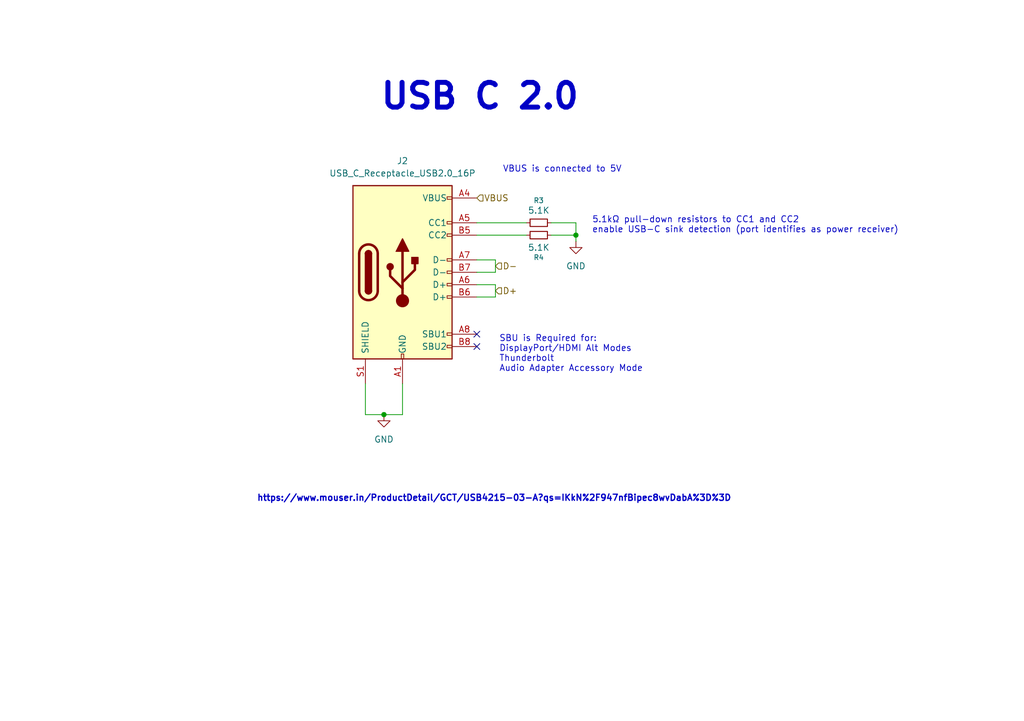
<source format=kicad_sch>
(kicad_sch (version 20250114) (generator "eeschema") (generator_version "9.0")
  (paper "A5")
  (title_block (title "Wireless Keyboard (USB C)"))
  (lib_symbols
    (symbol "Connector:USB_C_Receptacle_USB2.0_16P" (pin_names (offset 1.016))
      (property "Reference" "J" (at 0 22.225 0))
      (property "Value" "USB_C_Receptacle_USB2.0_16P" (at 0 19.685 0))
      (symbol "USB_C_Receptacle_USB2.0_16P_0_0"
        (rectangle (start -0.254 -17.78) (end 0.254 -16.764))
        (rectangle (start 10.16 15.494) (end 9.144 14.986))
        (rectangle (start 10.16 10.414) (end 9.144 9.906))
        (rectangle (start 10.16 7.874) (end 9.144 7.366))
        (rectangle (start 10.16 2.794) (end 9.144 2.286))
        (rectangle (start 10.16 0.254) (end 9.144 -0.254))
        (rectangle (start 10.16 -2.286) (end 9.144 -2.794))
        (rectangle (start 10.16 -4.826) (end 9.144 -5.334))
        (rectangle (start 10.16 -12.446) (end 9.144 -12.954))
        (rectangle (start 10.16 -14.986) (end 9.144 -15.494))
      )
      (symbol "USB_C_Receptacle_USB2.0_16P_0_1"
        (rectangle (start -10.16 17.78) (end 10.16 -17.78) (stroke (width 0.254)) (fill (type background)))
        (polyline (pts (xy -8.89 -3.81) (xy -8.89 3.81)) (stroke (width 0.508)))
        (rectangle (start -7.62 -3.81) (end -6.35 3.81) (stroke (width 0.254)) (fill (type outline)))
        (arc (start -7.62 3.81) (mid -6.985 4.4423) (end -6.35 3.81) (stroke (width 0.254)))
        (arc (start -7.62 3.81) (mid -6.985 4.4423) (end -6.35 3.81) (stroke (width 0.254)) (fill (type outline)))
        (arc (start -8.89 3.81) (mid -6.985 5.7067) (end -5.08 3.81) (stroke (width 0.508)))
        (arc (start -5.08 -3.81) (mid -6.985 -5.7067) (end -8.89 -3.81) (stroke (width 0.508)))
        (arc (start -6.35 -3.81) (mid -6.985 -4.4423) (end -7.62 -3.81) (stroke (width 0.254)))
        (arc (start -6.35 -3.81) (mid -6.985 -4.4423) (end -7.62 -3.81) (stroke (width 0.254)) (fill (type outline)))
        (polyline (pts (xy -5.08 3.81) (xy -5.08 -3.81)) (stroke (width 0.508)))
        (circle (center -2.54 1.143) (radius 0.635) (stroke (width 0.254)) (fill (type outline)))
        (polyline (pts (xy -1.27 4.318) (xy 0 6.858) (xy 1.27 4.318) (xy -1.27 4.318)) (stroke (width 0.254)) (fill (type outline)))
        (polyline (pts (xy 0 -2.032) (xy 2.54 0.508) (xy 2.54 1.778)) (stroke (width 0.508)))
        (polyline (pts (xy 0 -3.302) (xy -2.54 -0.762) (xy -2.54 0.508)) (stroke (width 0.508)))
        (polyline (pts (xy 0 -5.842) (xy 0 4.318)) (stroke (width 0.508)))
        (circle (center 0 -5.842) (radius 1.27) (fill (type outline)))
        (rectangle (start 1.905 1.778) (end 3.175 3.048) (stroke (width 0.254)) (fill (type outline)))
      )
      (symbol "USB_C_Receptacle_USB2.0_16P_1_1"
        (pin passive line (at -7.62 -22.86 90) (length 5.08) (name "SHIELD") (number "S1"))
        (pin passive line (at 0 -22.86 90) (length 5.08) (name "GND") (number "A1"))
        (pin passive line (at 0 -22.86 90) (length 5.08) (hide yes) (name "GND") (number "A12"))
        (pin passive line (at 0 -22.86 90) (length 5.08) (hide yes) (name "GND") (number "B1"))
        (pin passive line (at 0 -22.86 90) (length 5.08) (hide yes) (name "GND") (number "B12"))
        (pin passive line (at 15.24 15.24 180) (length 5.08) (name "VBUS") (number "A4"))
        (pin passive line (at 15.24 15.24 180) (length 5.08) (hide yes) (name "VBUS") (number "A9"))
        (pin passive line (at 15.24 15.24 180) (length 5.08) (hide yes) (name "VBUS") (number "B4"))
        (pin passive line (at 15.24 15.24 180) (length 5.08) (hide yes) (name "VBUS") (number "B9"))
        (pin bidirectional line (at 15.24 10.16 180) (length 5.08) (name "CC1") (number "A5"))
        (pin bidirectional line (at 15.24 7.62 180) (length 5.08) (name "CC2") (number "B5"))
        (pin bidirectional line (at 15.24 2.54 180) (length 5.08) (name "D-") (number "A7"))
        (pin bidirectional line (at 15.24 0 180) (length 5.08) (name "D-") (number "B7"))
        (pin bidirectional line (at 15.24 -2.54 180) (length 5.08) (name "D+") (number "A6"))
        (pin bidirectional line (at 15.24 -5.08 180) (length 5.08) (name "D+") (number "B6"))
        (pin bidirectional line (at 15.24 -12.7 180) (length 5.08) (name "SBU1") (number "A8"))
        (pin bidirectional line (at 15.24 -15.24 180) (length 5.08) (name "SBU2") (number "B8"))
      )
    )
    (symbol "Device:R_Small" (pin_numbers (hide yes)) (pin_names (offset 0.254) (hide yes))
      (property "Reference" "R" (at 0 0 90))
      (property "Value" "R_Small" (at 1.778 0 90))
      (symbol "R_Small_0_1"
        (rectangle (start -0.762 1.778) (end 0.762 -1.778) (stroke (width 0.2032)))
      )
      (symbol "R_Small_1_1"
        (pin passive line (at 0 2.54 270) (length 0.762) (name "~") (number "1"))
        (pin passive line (at 0 -2.54 90) (length 0.762) (name "~") (number "2"))
      )
    )
    (symbol "power:GND" (power) (pin_numbers (hide yes)) (pin_names (offset 0) (hide yes))
      (property "Value" "GND" (at 0 -3.81 0))
      (symbol "GND_0_1"
        (polyline (pts (xy 0 0) (xy 0 -1.27) (xy 1.27 -1.27) (xy 0 -2.54) (xy -1.27 -1.27) (xy 0 -1.27)))
      )
      (symbol "GND_1_1"
        (pin power_in line (at 0 0 270) (length 0) (name "~") (number "1"))
      )
    )
  )
  (text "VBUS is connected to 5V\n" (at 115.316 34.798 0) (effects (font (size 1.27 1.27))))
  (text "5.1kΩ pull-down resistors to CC1 and CC2  \nenable USB-C sink detection (port identifies as power receiver)" (at 121.412 46.228 0) (effects (font (size 1.27 1.27)) (justify left)))
  (text "SBU is Required for:\nDisplayPort/HDMI Alt Modes\nThunderbolt\nAudio Adapter Accessory Mode" (at 102.362 72.644 0) (effects (font (size 1.27 1.27)) (justify left)))
  (text "https://www.mouser.in/ProductDetail/GCT/USB4215-03-A?qs=IKkN%2F947nfBipec8wvDabA%3D%3D" (at 101.346 102.362 0) (effects (font (size 1.27 1.27) (thickness 0.254) (bold yes))))
  (text_box "USB C 2.0\n" (at 76.2 13.97 0) (size 44.45 11.43) (margins 0.9525 0.9525 0.9525 0.9525) (stroke (width -0.0001) (type dot)) (effects (font (size 5.08 5.08) (thickness 1.016) (bold yes))))
  (junction (at 78.74 85.09))
  (junction (at 118.11 48.26))
  (no_connect (at 97.79 68.58))
  (no_connect (at 97.79 71.12))
  (wire (pts (xy 74.93 85.09) (xy 78.74 85.09)))
  (wire (pts (xy 113.03 48.26) (xy 118.11 48.26)))
  (wire (pts (xy 113.03 45.72) (xy 118.11 45.72)))
  (wire (pts (xy 97.79 58.42) (xy 101.6 58.42)))
  (wire (pts (xy 118.11 49.53) (xy 118.11 48.26)))
  (wire (pts (xy 97.79 53.34) (xy 101.6 53.34)))
  (wire (pts (xy 101.6 58.42) (xy 101.6 60.96)))
  (wire (pts (xy 74.93 78.74) (xy 74.93 85.09)))
  (wire (pts (xy 118.11 45.72) (xy 118.11 48.26)))
  (wire (pts (xy 97.79 48.26) (xy 107.95 48.26)))
  (wire (pts (xy 97.79 45.72) (xy 107.95 45.72)))
  (wire (pts (xy 78.74 85.09) (xy 82.55 85.09)))
  (wire (pts (xy 82.55 78.74) (xy 82.55 85.09)))
  (wire (pts (xy 101.6 60.96) (xy 97.79 60.96)))
  (wire (pts (xy 97.79 55.88) (xy 101.6 55.88)))
  (wire (pts (xy 101.6 53.34) (xy 101.6 55.88)))
  (hierarchical_label "D-" (shape input) (at 101.6 54.61 0))
  (hierarchical_label "D+" (shape input) (at 101.6 59.69 0))
  (hierarchical_label "VBUS" (shape input) (at 97.79 40.64 0))
  (symbol (lib_id "Connector:USB_C_Receptacle_USB2.0_16P") (at 82.55 55.88 0) (unit 1)
    (property "Reference" "J2" (at 82.55 33.02 0))
    (property "Value" "USB_C_Receptacle_USB2.0_16P" (at 82.55 35.56 0))
    (property "Footprint" "Connector_USB:USB_C_Receptacle_GCT_USB4105-xx-A_16P_TopMnt_Horizontal" (effects (hide yes)))
    (property "Datasheet" "https://www.usb.org/sites/default/files/documents/usb_type-c.zip" (effects (hide yes)))
    (property "Description" "USB 2.0-only 16P Type-C Receptacle connector" (effects (hide yes)))
  )
  (symbol (lib_id "Device:R_Small") (at 110.49 48.26 270) (unit 1)
    (property "Reference" "R4" (at 110.49 52.832 90) (effects (font (size 1.016 1.016))))
    (property "Value" "5.1K" (at 110.49 50.8 90))
    (property "Footprint" "Resistor_SMD:R_0603_1608Metric" (effects (hide yes)))
    (property "Description" "Resistor, small symbol" (effects (hide yes)))
  )
  (symbol (lib_id "Device:R_Small") (at 110.49 45.72 270) (unit 1)
    (property "Reference" "R3" (at 110.49 41.148 90) (effects (font (size 1.016 1.016))))
    (property "Value" "5.1K" (at 110.49 43.18 90))
    (property "Footprint" "Resistor_SMD:R_0603_1608Metric" (effects (hide yes)))
    (property "Description" "Resistor, small symbol" (effects (hide yes)))
  )
  (symbol (lib_id "power:GND") (at 118.11 49.53 0) (unit 1)
    (property "Reference" "#PWR014" (effects (hide yes)))
    (property "Value" "GND" (at 118.11 54.61 0))
    (property "Description" "Power symbol creates a global label with name \"GND\" , ground" (effects (hide yes)))
  )
  (symbol (lib_id "power:GND") (at 78.74 85.09 0) (unit 1)
    (property "Reference" "#PWR013" (effects (hide yes)))
    (property "Value" "GND" (at 78.74 90.17 0))
    (property "Description" "Power symbol creates a global label with name \"GND\" , ground" (effects (hide yes)))
  )
)
</source>
